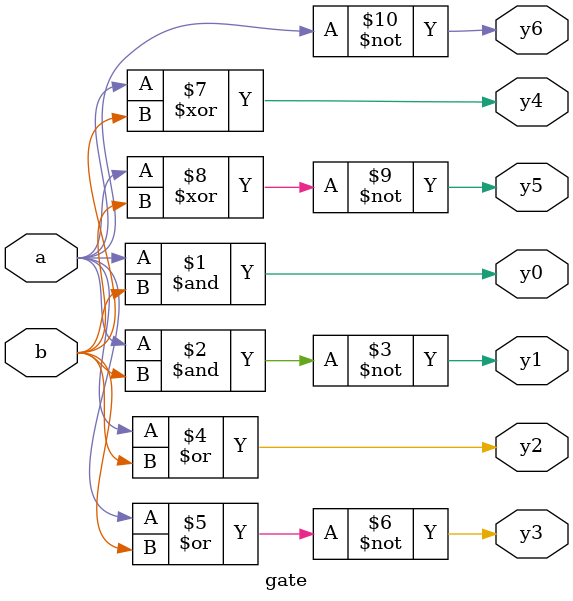
<source format=v>
`timescale 1ns / 1ps



module gate(
//input a.b
input a,
input b,
//output 
output y0,
output y1,
output y2,
output y3,
output y4,
output y5,
output y6

    );

//and gate
assign y0= a&b;
//NAND
assign y1= ~(a&b);

assign y2= a|b;

assign y3= ~(a|b);

assign y4= a^b;

assign y5= ~(a^b);

assign y6= ~a;


endmodule
</source>
